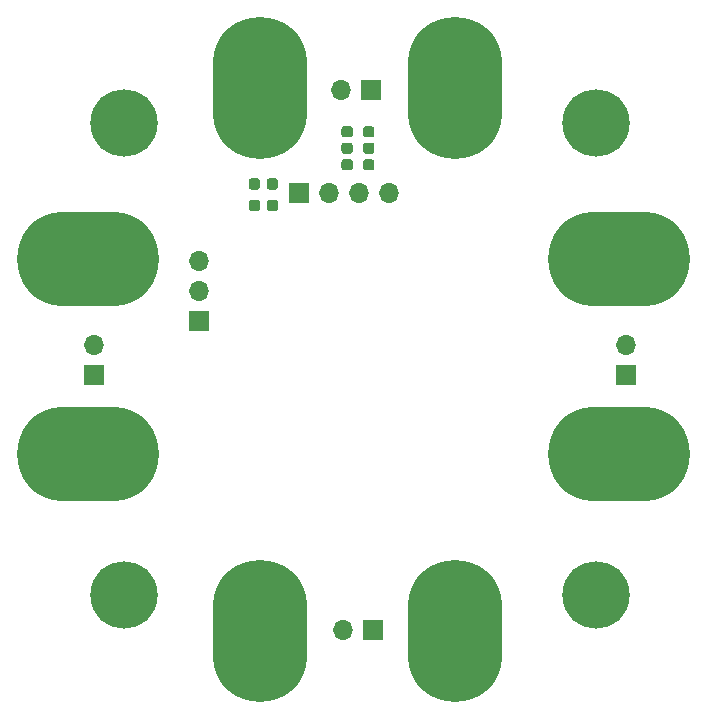
<source format=gbr>
%TF.GenerationSoftware,KiCad,Pcbnew,(5.1.8-0-10_14)*%
%TF.CreationDate,2021-03-06T23:03:25+08:00*%
%TF.ProjectId,batt_board,62617474-5f62-46f6-9172-642e6b696361,v1.0.0*%
%TF.SameCoordinates,Original*%
%TF.FileFunction,Soldermask,Bot*%
%TF.FilePolarity,Negative*%
%FSLAX46Y46*%
G04 Gerber Fmt 4.6, Leading zero omitted, Abs format (unit mm)*
G04 Created by KiCad (PCBNEW (5.1.8-0-10_14)) date 2021-03-06 23:03:25*
%MOMM*%
%LPD*%
G01*
G04 APERTURE LIST*
%ADD10O,12.000000X8.000000*%
%ADD11R,1.700000X1.700000*%
%ADD12O,1.700000X1.700000*%
%ADD13O,8.000000X12.000000*%
%ADD14C,5.700000*%
%ADD15C,3.600000*%
G04 APERTURE END LIST*
D10*
%TO.C,J5*%
X116949200Y-93077200D03*
X116949200Y-76567200D03*
%TD*%
D11*
%TO.C,Receiver1*%
X134874000Y-70993000D03*
D12*
X137414000Y-70993000D03*
X139954000Y-70993000D03*
X142494000Y-70993000D03*
%TD*%
%TO.C,R13*%
G36*
G01*
X140252000Y-68817500D02*
X140252000Y-68342500D01*
G75*
G02*
X140489500Y-68105000I237500J0D01*
G01*
X140989500Y-68105000D01*
G75*
G02*
X141227000Y-68342500I0J-237500D01*
G01*
X141227000Y-68817500D01*
G75*
G02*
X140989500Y-69055000I-237500J0D01*
G01*
X140489500Y-69055000D01*
G75*
G02*
X140252000Y-68817500I0J237500D01*
G01*
G37*
G36*
G01*
X138427000Y-68817500D02*
X138427000Y-68342500D01*
G75*
G02*
X138664500Y-68105000I237500J0D01*
G01*
X139164500Y-68105000D01*
G75*
G02*
X139402000Y-68342500I0J-237500D01*
G01*
X139402000Y-68817500D01*
G75*
G02*
X139164500Y-69055000I-237500J0D01*
G01*
X138664500Y-69055000D01*
G75*
G02*
X138427000Y-68817500I0J237500D01*
G01*
G37*
%TD*%
%TO.C,R12*%
G36*
G01*
X139402000Y-66945500D02*
X139402000Y-67420500D01*
G75*
G02*
X139164500Y-67658000I-237500J0D01*
G01*
X138664500Y-67658000D01*
G75*
G02*
X138427000Y-67420500I0J237500D01*
G01*
X138427000Y-66945500D01*
G75*
G02*
X138664500Y-66708000I237500J0D01*
G01*
X139164500Y-66708000D01*
G75*
G02*
X139402000Y-66945500I0J-237500D01*
G01*
G37*
G36*
G01*
X141227000Y-66945500D02*
X141227000Y-67420500D01*
G75*
G02*
X140989500Y-67658000I-237500J0D01*
G01*
X140489500Y-67658000D01*
G75*
G02*
X140252000Y-67420500I0J237500D01*
G01*
X140252000Y-66945500D01*
G75*
G02*
X140489500Y-66708000I237500J0D01*
G01*
X140989500Y-66708000D01*
G75*
G02*
X141227000Y-66945500I0J-237500D01*
G01*
G37*
%TD*%
%TO.C,R11*%
G36*
G01*
X140252000Y-66023500D02*
X140252000Y-65548500D01*
G75*
G02*
X140489500Y-65311000I237500J0D01*
G01*
X140989500Y-65311000D01*
G75*
G02*
X141227000Y-65548500I0J-237500D01*
G01*
X141227000Y-66023500D01*
G75*
G02*
X140989500Y-66261000I-237500J0D01*
G01*
X140489500Y-66261000D01*
G75*
G02*
X140252000Y-66023500I0J237500D01*
G01*
G37*
G36*
G01*
X138427000Y-66023500D02*
X138427000Y-65548500D01*
G75*
G02*
X138664500Y-65311000I237500J0D01*
G01*
X139164500Y-65311000D01*
G75*
G02*
X139402000Y-65548500I0J-237500D01*
G01*
X139402000Y-66023500D01*
G75*
G02*
X139164500Y-66261000I-237500J0D01*
G01*
X138664500Y-66261000D01*
G75*
G02*
X138427000Y-66023500I0J237500D01*
G01*
G37*
%TD*%
%TO.C,R10*%
G36*
G01*
X132825500Y-70695000D02*
X132350500Y-70695000D01*
G75*
G02*
X132113000Y-70457500I0J237500D01*
G01*
X132113000Y-69957500D01*
G75*
G02*
X132350500Y-69720000I237500J0D01*
G01*
X132825500Y-69720000D01*
G75*
G02*
X133063000Y-69957500I0J-237500D01*
G01*
X133063000Y-70457500D01*
G75*
G02*
X132825500Y-70695000I-237500J0D01*
G01*
G37*
G36*
G01*
X132825500Y-72520000D02*
X132350500Y-72520000D01*
G75*
G02*
X132113000Y-72282500I0J237500D01*
G01*
X132113000Y-71782500D01*
G75*
G02*
X132350500Y-71545000I237500J0D01*
G01*
X132825500Y-71545000D01*
G75*
G02*
X133063000Y-71782500I0J-237500D01*
G01*
X133063000Y-72282500D01*
G75*
G02*
X132825500Y-72520000I-237500J0D01*
G01*
G37*
%TD*%
%TO.C,R9*%
G36*
G01*
X130826500Y-71545000D02*
X131301500Y-71545000D01*
G75*
G02*
X131539000Y-71782500I0J-237500D01*
G01*
X131539000Y-72282500D01*
G75*
G02*
X131301500Y-72520000I-237500J0D01*
G01*
X130826500Y-72520000D01*
G75*
G02*
X130589000Y-72282500I0J237500D01*
G01*
X130589000Y-71782500D01*
G75*
G02*
X130826500Y-71545000I237500J0D01*
G01*
G37*
G36*
G01*
X130826500Y-69720000D02*
X131301500Y-69720000D01*
G75*
G02*
X131539000Y-69957500I0J-237500D01*
G01*
X131539000Y-70457500D01*
G75*
G02*
X131301500Y-70695000I-237500J0D01*
G01*
X130826500Y-70695000D01*
G75*
G02*
X130589000Y-70457500I0J237500D01*
G01*
X130589000Y-69957500D01*
G75*
G02*
X130826500Y-69720000I237500J0D01*
G01*
G37*
%TD*%
%TO.C,J1*%
X126365000Y-76708000D03*
X126365000Y-79248000D03*
D11*
X126365000Y-81788000D03*
%TD*%
D13*
%TO.C,J2*%
X148077200Y-108050800D03*
X131567200Y-108050800D03*
%TD*%
D10*
%TO.C,J4*%
X161949200Y-93077200D03*
X161949200Y-76567200D03*
%TD*%
D13*
%TO.C,J3*%
X148077200Y-62050800D03*
X131567200Y-62050800D03*
%TD*%
D14*
%TO.C,H4*%
X160000000Y-65000000D03*
D15*
X160000000Y-65000000D03*
%TD*%
D14*
%TO.C,H2*%
X120000000Y-105000000D03*
D15*
X120000000Y-105000000D03*
%TD*%
D14*
%TO.C,H3*%
X160000000Y-105000000D03*
D15*
X160000000Y-105000000D03*
%TD*%
D14*
%TO.C,H1*%
X120000000Y-65000000D03*
D15*
X120000000Y-65000000D03*
%TD*%
D12*
%TO.C,CH4*%
X117475000Y-83820000D03*
D11*
X117475000Y-86360000D03*
%TD*%
D12*
%TO.C,CH3*%
X138532200Y-107950000D03*
D11*
X141072200Y-107950000D03*
%TD*%
D12*
%TO.C,CH2*%
X162560000Y-83820000D03*
D11*
X162560000Y-86360000D03*
%TD*%
D12*
%TO.C,CH1*%
X138430000Y-62230000D03*
D11*
X140970000Y-62230000D03*
%TD*%
M02*

</source>
